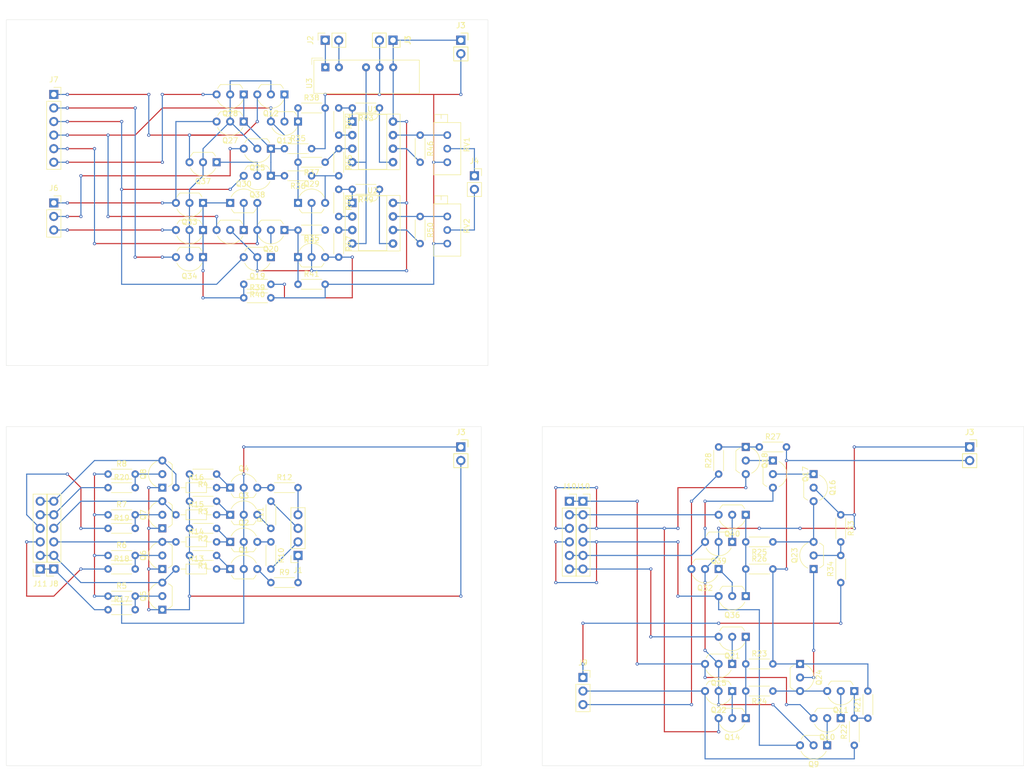
<source format=kicad_pcb>
(kicad_pcb (version 20240108) (generator "pcbnew") (generator_version "8.0")
  (layers (0 "F.Cu" signal) (31 "B.Cu" signal) (34 "B.Paste" user) (35 "F.Paste" user) (36 "B.SilkS" user "B.Silkscreen") (37 "F.SilkS" user "F.Silkscreen") (38 "B.Mask" user) (39 "F.Mask" user) (44 "Edge.Cuts" user))
  (net 0 "")
  (net 1 "Net-(J1-Pin_1)")
  (net 2 "Net-(J1-Pin_4)")
  (net 3 "Net-(J1-Pin_2)")
  (net 4 "Net-(J1-Pin_3)")
  (net 5 "Net-(J2-Pin_2)")
  (net 6 "Net-(J2-Pin_1)")
  (net 7 "+5V")
  (net 8 "GND")
  (net 9 "DINR")
  (net 10 "DINL")
  (net 11 "Net-(Q1-B)")
  (net 12 "Net-(Q1-E)")
  (net 13 "Net-(Q2-E)")
  (net 14 "Net-(Q2-B)")
  (net 15 "Net-(Q3-B)")
  (net 16 "Net-(Q3-E)")
  (net 17 "Net-(Q4-B)")
  (net 18 "Net-(Q4-E)")
  (net 19 "Net-(Q5-C)")
  (net 20 "Net-(Q6-C)")
  (net 21 "Net-(Q7-C)")
  (net 22 "Net-(Q8-C)")
  (net 23 "Net-(Q10-C)")
  (net 24 "Net-(Q10-E)")
  (net 25 "Net-(Q11-E)")
  (net 26 "Net-(Q12-E)")
  (net 27 "Net-(Q13-E)")
  (net 28 "Net-(Q14-C)")
  (net 29 "Net-(Q14-E)")
  (net 30 "Net-(Q15-E)")
  (net 31 "Net-(Q16-E)")
  (net 32 "Net-(Q17-E)")
  (net 33 "Net-(Q18-E)")
  (net 34 "Net-(Q19-E)")
  (net 35 "Net-(Q20-E)")
  (net 36 "Net-(Q23-C)")
  (net 37 "Net-(Q26-E)")
  (net 38 "ML0")
  (net 39 "Net-(Q32-E)")
  (net 40 "MR0")
  (net 41 "Net-(Q36-E)")
  (net 42 "Net-(Q37-E)")
  (net 43 "Net-(Q39-E)")
  (net 44 "Net-(Q23-E)")
  (net 45 "ML1")
  (net 46 "MR1")
  (net 47 "Net-(U1B-+)")
  (net 48 "Net-(R43-Pad2)")
  (net 49 "Net-(U1A--)")
  (net 50 "Net-(U1B--)")
  (net 51 "Net-(R46-Pad1)")
  (net 52 "Net-(R48-Pad1)")
  (net 53 "Net-(U2A--)")
  (net 54 "Net-(U2B-+)")
  (net 55 "Net-(U2B--)")
  (net 56 "Net-(R50-Pad1)")
  (net 57 "-5V")
  (net 58 "Net-(Q25-E)")
  (net 59 "Net-(Q30-E)")
  (net 60 "S_~A")
  (net 61 "S_A")
  (net 62 "S_B")
  (net 63 "S_C")
  (net 64 "S_~D")
  (net 65 "S_~B")
  (net 66 "S_D")
  (net 67 "S_~C")
  (net 68 "M_~B~DF")
  (net 69 "M_~A~CE")
  (net 70 "M_~E~F")
  (net 71 "M_~A")
  (net 72 "M_C")
  (net 73 "M_B")
  (net 74 "M_~D")
  (net 75 "M_D")
  (net 76 "M_A")
  (net 77 "C_~A~CE")
  (net 78 "C_~B~DF")
  (net 79 "C_~E~F")
  (net 80 "C_~C")
  (net 81 "C_~A")
  (net 82 "C_E")
  (net 83 "C_~B")
  (net 84 "C_~D")
  (net 85 "C_F")
  (net 86 "C_D")
  (net 87 "C_A")
  (footprint "Resistor_THT:R_Axial_DIN0204_L3.6mm_D1.6mm_P5.08mm_Horizontal" (layer "F.Cu") (at 111.76 119.38)
    (property "Reference" "R5")
    (property "Value" "10k")
  )
  (footprint "Package_TO_SOT_THT:TO-92_Inline_Wide" (layer "F.Cu") (at 129.54 55.88 180)
    (property "Reference" "Q34")
    (property "Value" "2SC1815")
  )
  (footprint "Package_TO_SOT_THT:TO-92_Inline_Wide" (layer "F.Cu") (at 144.78 50.8 180)
    (property "Reference" "Q20")
    (property "Value" "2SC1815")
  )
  (footprint "Resistor_THT:R_Axial_DIN0204_L3.6mm_D1.6mm_P7.62mm_Horizontal" (layer "F.Cu") (at 124.46 99.06)
    (property "Reference" "R16")
    (property "Value" "5.1k")
  )
  (footprint "Resistor_THT:R_Axial_DIN0204_L3.6mm_D1.6mm_P5.08mm_Horizontal" (layer "F.Cu") (at 111.76 96.52)
    (property "Reference" "R8")
    (property "Value" "10k")
  )
  (footprint "Package_TO_SOT_THT:TO-92_Inline_Wide" (layer "F.Cu") (at 137.16 50.8 180)
    (property "Reference" "Q26" (hide yes))
    (property "Value" "2SC1815")
  )
  (footprint "Resistor_THT:R_Axial_DIN0204_L3.6mm_D1.6mm_P5.08mm_Horizontal" (layer "F.Cu") (at 132.08 101.6 180)
    (property "Reference" "R3")
    (property "Value" "10k")
  )
  (footprint "Package_TO_SOT_THT:TO-92_Inline_Wide" (layer "F.Cu") (at 121.92 106.68 90)
    (property "Reference" "Q7")
    (property "Value" "2SC1815")
  )
  (footprint "Resistor_THT:R_Axial_DIN0204_L3.6mm_D1.6mm_P5.08mm_Horizontal" (layer "F.Cu") (at 147.32 60.96)
    (property "Reference" "R41")
    (property "Value" "10k")
  )
  (footprint "Resistor_THT:R_Axial_DIN0204_L3.6mm_D1.6mm_P5.08mm_Horizontal" (layer "F.Cu") (at 236.22 137.16 180)
    (property "Reference" "R24")
    (property "Value" "5.1k")
  )
  (footprint "Connector_PinSocket_2.54mm:PinSocket_1x02_P2.54mm_Vertical" (layer "F.Cu") (at 177.8 91.44)
    (property "Reference" "J3")
    (property "Value" "Conn_01x02_Socket")
  )
  (footprint "Connector_PinSocket_2.54mm:PinSocket_1x02_P2.54mm_Vertical" (layer "F.Cu") (at 177.8 15.24)
    (property "Reference" "J3")
    (property "Value" "Conn_01x02_Socket")
  )
  (footprint "Package_TO_SOT_THT:TO-92_Inline_Wide" (layer "F.Cu") (at 248.92 142.24 180)
    (property "Reference" "Q10")
    (property "Value" "2SC1815")
  )
  (footprint "Resistor_THT:R_Axial_DIN0204_L3.6mm_D1.6mm_P5.08mm_Horizontal" (layer "F.Cu") (at 154.94 35.56 -90)
    (property "Reference" "R45")
    (property "Value" "5.1k")
  )
  (footprint "Package_TO_SOT_THT:TO-92_Inline_Wide" (layer "F.Cu") (at 137.16 30.48 180)
    (property "Reference" "Q27")
    (property "Value" "2SC1815")
  )
  (footprint "Package_TO_SOT_THT:TO-92_Inline_Wide" (layer "F.Cu") (at 137.16 25.4 180)
    (property "Reference" "Q28")
    (property "Value" "2SC1815")
  )
  (footprint "Resistor_THT:R_Axial_DIN0204_L3.6mm_D1.6mm_P5.08mm_Horizontal" (layer "F.Cu") (at 152.4 38.1 180)
    (property "Reference" "R37")
    (property "Value" "10k")
  )
  (footprint "Package_TO_SOT_THT:TO-92_Inline_Wide" (layer "F.Cu") (at 142.24 55.88 180)
    (property "Reference" "Q19")
    (property "Value" "2SC1815")
  )
  (footprint "Resistor_THT:R_Axial_DIN0204_L3.6mm_D1.6mm_P5.08mm_Horizontal" (layer "F.Cu") (at 111.76 106.68)
    (property "Reference" "R19")
    (property "Value" "5.1k")
  )
  (footprint "Package_TO_SOT_THT:TO-92_Inline_Wide" (layer "F.Cu") (at 228.6 109.22 180)
    (property "Reference" "Q39")
    (property "Value" "2SC1815")
  )
  (footprint "Connector_PinSocket_2.54mm:PinSocket_1x03_P2.54mm_Vertical" (layer "F.Cu") (at 200.66 134.62)
    (property "Reference" "J9")
    (property "Value" "Conn_01x03_Socket" (hide yes))
  )
  (footprint "Package_TO_SOT_THT:TO-92_Inline_Wide" (layer "F.Cu") (at 241.3 132.08 -90)
    (property "Reference" "Q24")
    (property "Value" "2SC1815")
  )
  (footprint "Resistor_THT:R_Axial_DIN0204_L3.6mm_D1.6mm_P5.08mm_Horizontal" (layer "F.Cu") (at 233.68 91.44)
    (property "Reference" "R27")
    (property "Value" "10k")
  )
  (footprint "Resistor_THT:R_Axial_DIN0204_L3.6mm_D1.6mm_P5.08mm_Horizontal" (layer "F.Cu") (at 154.94 27.94 -90)
    (property "Reference" "R44")
    (property "Value" "5.1k")
  )
  (footprint "Resistor_THT:R_Axial_DIN0204_L3.6mm_D1.6mm_P5.08mm_Horizontal" (layer "F.Cu") (at 154.94 50.8 -90)
    (property "Reference" "R47")
    (property "Value" "5.1k")
  )
  (footprint "Package_TO_SOT_THT:TO-92_Inline_Wide" (layer "F.Cu") (at 147.32 30.48 180)
    (property "Reference" "Q13")
    (property "Value" "2SC1815")
  )
  (footprint "Resistor_THT:R_Axial_DIN0204_L3.6mm_D1.6mm_P5.08mm_Horizontal" (layer "F.Cu") (at 149.86 40.64 180)
    (property "Reference" "R36")
    (property "Value" "5.1k")
  )
  (footprint "Resistor_THT:R_Axial_DIN0204_L3.6mm_D1.6mm_P7.62mm_Horizontal" (layer "F.Cu") (at 124.46 109.22)
    (property "Reference" "R14")
    (property "Value" "5.1k")
  )
  (footprint "Package_TO_SOT_THT:TO-92_Inline_Wide" (layer "F.Cu") (at 243.84 114.3 90)
    (property "Reference" "Q23")
    (property "Value" "2SC1815")
  )
  (footprint "Connector_PinSocket_2.54mm:PinSocket_1x02_P2.54mm_Vertical" (layer "F.Cu") (at 165.1 15.24 -90)
    (property "Reference" "J3")
    (property "Value" "Conn_01x02_Socket")
  )
  (footprint "Resistor_THT:R_Axial_DIN0204_L3.6mm_D1.6mm_P7.62mm_Horizontal" (layer "F.Cu") (at 124.46 114.3)
    (property "Reference" "R13")
    (property "Value" "5.1k")
  )
  (footprint "Package_TO_SOT_THT:TO-92_Inline_Wide" (layer "F.Cu") (at 231.14 104.14 180)
    (property "Reference" "Q40")
    (property "Value" "2SC1815")
  )
  (footprint "Package_TO_SOT_THT:TO-92_Inline_Wide" (layer "F.Cu") (at 134.62 109.22)
    (property "Reference" "Q2")
    (property "Value" "2SC1815")
  )
  (footprint "Package_TO_SOT_THT:TO-92_Inline_Wide" (layer "F.Cu") (at 147.32 45.72)
    (property "Reference" "Q29")
    (property "Value" "2SC1815")
  )
  (footprint "Resistor_THT:R_Axial_DIN0204_L3.6mm_D1.6mm_P5.08mm_Horizontal" (layer "F.Cu") (at 111.76 104.14)
    (property "Reference" "R7")
    (property "Value" "10k")
  )
  (footprint "Resistor_THT:R_Axial_DIN0204_L3.6mm_D1.6mm_P5.08mm_Horizontal" (layer "F.Cu") (at 254 142.24 90)
    (property "Reference" "R21")
    (property "Value" "10k")
  )
  (footprint "Package_TO_SOT_THT:TO-92_Inline_Wide" (layer "F.Cu") (at 226.06 114.3 180)
    (property "Reference" "Q32")
    (property "Value" "2SC1815")
  )
  (footprint "Package_TO_SOT_THT:TO-92_Inline_Wide" (layer "F.Cu") (at 134.62 45.72)
    (property "Reference" "Q30")
    (property "Value" "2SC1815")
  )
  (footprint "Package_TO_SOT_THT:TO-92_Inline_Wide" (layer "F.Cu") (at 142.24 40.64 180)
    (property "Reference" "Q38")
    (property "Value" "2SC1815")
  )
  (footprint "Package_TO_SOT_THT:TO-92_Inline_Wide" (layer "F.Cu") (at 147.32 55.88)
    (property "Reference" "Q35")
    (property "Value" "2SC1815")
  )
  (footprint "Package_TO_SOT_THT:TO-92_Inline_Wide" (layer "F.Cu") (at 129.54 50.8 180)
    (property "Reference" "Q31" (hide yes))
    (property "Value" "2SC1815")
  )
  (footprint "Resistor_THT:R_Axial_DIN0204_L3.6mm_D1.6mm_P5.08mm_Horizontal" (layer "F.Cu") (at 142.24 109.22 -90)
    (property "Reference" "R10")
    (property "Value" "5.1k")
  )
  (footprint "Package_TO_SOT_THT:TO-92_Inline_Wide" (layer "F.Cu") (at 231.14 119.38 180)
    (property "Reference" "Q36")
    (property "Value" "2SC1815")
  )
  (footprint "Connector_PinSocket_2.54mm:PinSocket_1x02_P2.54mm_Vertical" (layer "F.Cu") (at 273.05 91.44)
    (property "Reference" "J3")
    (property "Value" "Conn_01x02_Socket")
  )
  (footprint "Resistor_THT:R_Axial_DIN0204_L3.6mm_D1.6mm_P5.08mm_Horizontal" (layer "F.Cu") (at 162.56 27.94 180)
    (property "Reference" "R43")
    (property "Value" "10k")
  )
  (footprint "Package_TO_SOT_THT:TO-92_Inline_Wide" (layer "F.Cu") (at 121.92 99.06 90)
    (property "Reference" "Q8")
    (property "Value" "2SC1815")
  )
  (footprint "Resistor_THT:R_Axial_DIN0204_L3.6mm_D1.6mm_P5.08mm_Horizontal" (layer "F.Cu") (at 111.76 114.3)
    (property "Reference" "R18")
    (property "Value" "5.1k")
  )
  (footprint "Connector_PinSocket_2.54mm:PinSocket_1x06_P2.54mm_Vertical" (layer "F.Cu") (at 198.12 101.6)
    (property "Reference" "J10")
    (property "Value" "Conn_01x06_Socket" (hide yes))
  )
  (footprint "Resistor_THT:R_Axial_DIN0204_L3.6mm_D1.6mm_P5.08mm_Horizontal" (layer "F.Cu") (at 154.94 43.18 -90)
    (property "Reference" "R48")
    (property "Value" "5.1k")
  )
  (footprint "Resistor_THT:R_Axial_DIN0204_L3.6mm_D1.6mm_P5.08mm_Horizontal" (layer "F.Cu") (at 132.08 106.68 180)
    (property "Reference" "R2")
    (property "Value" "10k")
  )
  (footprint "Connector_PinSocket_2.54mm:PinSocket_1x06_P2.54mm_Vertical" (layer "F.Cu") (at 200.66 101.6)
    (property "Reference" "J10")
    (property "Value" "Conn_01x06_Socket" (hide yes))
  )
  (footprint "Resistor_THT:R_Axial_DIN0204_L3.6mm_D1.6mm_P5.08mm_Horizontal" (layer "F.Cu") (at 231.14 132.08)
    (property "Reference" "R23")
    (property "Value" "10k")
  )
  (footprint "Package_TO_SOT_THT:TO-92_Inline_Wide" (layer "F.Cu") (at 121.92 121.92 90)
    (property "Reference" "Q5")
    (property "Value" "2SC1815")
  )
  (footprint "Resistor_THT:R_Axial_DIN0204_L3.6mm_D1.6mm_P5.08mm_Horizontal" (layer "F.Cu") (at 142.24 106.68 90)
    (property "Reference" "R11")
    (property "Value" "5.1k")
  )
  (footprint "Resistor_THT:R_Axial_DIN0204_L3.6mm_D1.6mm_P5.08mm_Horizontal" (layer "F.Cu") (at 147.32 27.94)
    (property "Reference" "R38")
    (property "Value" "10k")
  )
  (footprint "Converter_DCDC:Converter_DCDC_Murata_NMAxxxxSC_THT" (layer "F.Cu") (at 152.4375 20.32 90)
    (property "Reference" "U3")
    (property "Value" "NMA0515SC")
  )
  (footprint "Package_TO_SOT_THT:TO-92_Inline_Wide" (layer "F.Cu") (at 231.14 91.44 -90)
    (property "Reference" "Q18")
    (property "Value" "2SC1815")
  )
  (footprint "Package_TO_SOT_THT:TO-92_Inline_Wide" (layer "F.Cu") (at 134.62 114.3)
    (property "Reference" "Q1")
    (property "Value" "2SC1815")
  )
  (footprint "Resistor_THT:R_Axial_DIN0204_L3.6mm_D1.6mm_P5.08mm_Horizontal" (layer "F.Cu") (at 236.22 109.22 180)
    (property "Reference" "R25")
    (property "Value" "5.1k")
  )
  (footprint "Resistor_THT:R_Axial_DIN0204_L3.6mm_D1.6mm_P5.08mm_Horizontal" (layer "F.Cu") (at 170.18 33.02 -90)
    (property "Reference" "R46")
    (property "Value" "10k")
  )
  (footprint "Connector_PinSocket_2.54mm:PinSocket_1x02_P2.54mm_Vertical" (layer "F.Cu") (at 273.05 91.44)
    (property "Reference" "J3")
    (property "Value" "Conn_01x02_Socket")
  )
  (footprint "Connector_PinSocket_2.54mm:PinSocket_1x04_P2.54mm_Vertical" (layer "F.Cu") (at 147.32 111.76 180)
    (property "Reference" "J1")
    (property "Value" "Conn_01x04_Socket")
  )
  (footprint "Potentiometer_THT:Potentiometer_Bourns_3296X_Horizontal" (layer "F.Cu") (at 175.26 53.34 -90)
    (property "Reference" "RV2")
    (property "Value" "R_Potentiometer")
  )
  (footprint "Package_TO_SOT_THT:TO-92_Inline_Wide" (layer "F.Cu") (at 134.62 104.14)
    (property "Reference" "Q3")
    (property "Value" "2SC1815")
  )
  (footprint "Resistor_THT:R_Axial_DIN0204_L3.6mm_D1.6mm_P5.08mm_Horizontal" (layer "F.Cu") (at 170.18 48.26 -90)
    (property "Reference" "R50")
    (property "Value" "10k")
  )
  (footprint "Resistor_THT:R_Axial_DIN0204_L3.6mm_D1.6mm_P5.08mm_Horizontal" (layer "F.Cu") (at 111.76 111.76)
    (property "Reference" "R6")
    (property "Value" "10k")
  )
  (footprint "Resistor_THT:R_Axial_DIN0204_L3.6mm_D1.6mm_P5.08mm_Horizontal" (layer "F.Cu") (at 251.46 147.32 90)
    (property "Reference" "R22")
    (property "Value" "5.1k")
  )
  (footprint "Connector_PinSocket_2.54mm:PinSocket_1x03_P2.54mm_Vertical" (layer "F.Cu") (at 101.6 45.72)
    (property "Reference" "J6")
    (property "Value" "Conn_01x02_Socket")
  )
  (footprint "Connector_PinSocket_2.54mm:PinSocket_1x06_P2.54mm_Vertical" (layer "F.Cu") (at 99.06 114.3 180)
    (property "Reference" "J11")
    (property "Value" "Conn_01x06_Socket")
  )
  (footprint "Package_TO_SOT_THT:TO-92_Inline_Wide" (layer "F.Cu") (at 246.38 147.32 180)
    (property "Reference" "Q9")
    (property "Value" "2SC1815")
  )
  (footprint "Connector_PinSocket_2.54mm:PinSocket_1x06_P2.54mm_Vertical" (layer "F.Cu") (at 101.6 25.4)
    (property "Reference" "J7")
    (property "Value" "Conn_01x06_Socket")
  )
  (footprint "Package_DIP:DIP-8_W7.62mm_Socket" (layer "F.Cu") (at 157.48 45.72)
    (property "Reference" "U2")
    (property "Value" "NJM4558")
  )
  (footprint "Package_TO_SOT_THT:TO-92_Inline_Wide" (layer "F.Cu") (at 243.84 96.52 -90)
    (property "Reference" "Q16")
    (property "Value" "2SC1815")
  )
  (footprint "Resistor_THT:R_Axial_DIN0204_L3.6mm_D1.6mm_P5.08mm_Horizontal" (layer "F.Cu") (at 132.08 111.76 180)
    (property "Reference" "R1")
    (property "Value" "10k")
  )
  (footprint "Resistor_THT:R_Axial_DIN0204_L3.6mm_D1.6mm_P5.08mm_Horizontal" (layer "F.Cu") (at 111.76 99.06)
    (property "Reference" "R20")
    (property "Value" "5.1k")
  )
  (footprint "Resistor_THT:R_Axial_DIN0204_L3.6mm_D1.6mm_P5.08mm_Horizontal" (layer "F.Cu") (at 226.06 96.52 90)
    (property "Reference" "R28")
    (property "Value" "5.1k")
  )
  (footprint "Package_TO_SOT_THT:TO-92_Inline_Wide" (layer "F.Cu") (at 134.62 99.06)
    (property "Reference" "Q4")
    (property "Value" "2SC1815")
  )
  (footprint "Resistor_THT:R_Axial_DIN0204_L3.6mm_D1.6mm_P5.08mm_Horizontal" (layer "F.Cu") (at 111.76 121.92)
    (property "Reference" "R17")
    (property "Value" "5.1k")
  )
  (footprint "Resistor_THT:R_Axial_DIN0204_L3.6mm_D1.6mm_P5.08mm_Horizontal" (layer "F.Cu") (at 142.24 116.84)
    (property "Reference" "R9")
    (property "Value" "5.1k")
  )
  (footprint "Resistor_THT:R_Axial_DIN0204_L3.6mm_D1.6mm_P5.08mm_Horizontal" (layer "F.Cu") (at 132.08 96.52 180)
    (property "Reference" "R4")
    (property "Value" "10k")
  )
  (footprint "Package_TO_SOT_THT:TO-92_Inline_Wide" (layer "F.Cu") (at 251.46 137.16 180)
    (property "Reference" "Q11")
    (property "Value" "2SC1815")
  )
  (footprint "Connector_PinSocket_2.54mm:PinSocket_1x02_P2.54mm_Vertical" (layer "F.Cu") (at 180.34 40.64)
    (property "Reference" "J4")
    (property "Value" "Conn_01x02_Socket")
  )
  (footprint "Resistor_THT:R_Axial_DIN0204_L3.6mm_D1.6mm_P5.08mm_Horizontal" (layer "F.Cu") (at 248.92 116.84 90)
    (property "Reference" "R34")
    (property "Value" "5.1k")
  )
  (footprint "Connector_PinSocket_2.54mm:PinSocket_1x02_P2.54mm_Vertical" (layer "F.Cu") (at 165.1 15.24 -90)
    (property "Reference" "J3")
    (property "Value" "Conn_01x02_Socket")
  )
  (footprint "Resistor_THT:R_Axial_DIN0204_L3.6mm_D1.6mm_P5.08mm_Horizontal" (layer "F.Cu") (at 162.56 43.18 180)
    (property "Reference" "R49")
    (property "Value" "10k")
  )
  (footprint "Package_TO_SOT_THT:TO-92_Inline_Wide" (layer "F.Cu") (at 228.6 137.16 180)
    (property "Reference" "Q22")
    (property "Value" "2SC1815")
  )
  (footprint "Package_DIP:DIP-8_W7.62mm_Socket" (layer "F.Cu") (at 157.48 30.48)
    (property "Reference" "U1")
    (property "Value" "NJM4558")
  )
  (footprint "Resistor_THT:R_Axial_DIN0204_L3.6mm_D1.6mm_P5.08mm_Horizontal" (layer "F.Cu") (at 248.92 104.14 -90)
    (property "Reference" "R33")
    (property "Value" "10k")
  )
  (footprint "Resistor_THT:R_Axial_DIN0204_L3.6mm_D1.6mm_P5.08mm_Horizontal" (layer "F.Cu") (at 231.14 114.3)
    (property "Reference" "R26")
    (property "Value" "10k")
  )
  (footprint "Package_TO_SOT_THT:TO-92_Inline_Wide" (layer "F.Cu") (at 144.78 25.4 180)
    (property "Reference" "Q12")
    (property "Value" "2SC1815")
  )
  (footprint "Resistor_THT:R_Axial_DIN0204_L3.6mm_D1.6mm_P7.62mm_Horizontal" (layer "F.Cu") (at 124.46 104.14)
    (property "Reference" "R15")
    (property "Value" "5.1k")
  )
  (footprint "Connector_PinSocket_2.54mm:PinSocket_1x02_P2.54mm_Vertical" (layer "F.Cu") (at 152.4 15.24 90)
    (property "Reference" "J2")
    (property "Value" "Conn_01x02_Socket")
  )
  (footprint "Resistor_THT:R_Axial_DIN0204_L3.6mm_D1.6mm_P5.08mm_Horizontal" (layer "F.Cu") (at 142.24 60.96 180)
    (property "Reference" "R40")
    (property "Value" "5.1k")
  )
  (footprint "Resistor_THT:R_Axial_DIN0204_L3.6mm_D1.6mm_P5.08mm_Horizontal" (layer "F.Cu") (at 137.16 63.5)
    (property "Reference" "R39")
    (property "Value" "10k")
  )
  (footprint "Connector_PinSocket_2.54mm:PinSocket_1x02_P2.54mm_Vertical" (layer "F.Cu") (at 177.8 91.44)
    (property "Reference" "J3")
    (property "Value" "Conn_01x02_Socket")
  )
  (footprint "Connector_PinSocket_2.54mm:PinSocket_1x06_P2.54mm_Vertical" (layer "F.Cu") (at 101.6 114.3 180)
    (property "Reference" "J8")
    (property "Value" "Conn_01x06_Socket")
  )
  (footprint "Package_TO_SOT_THT:TO-92_Inline_Wide" (layer "F.Cu") (at 129.54 45.72 180)
    (property "Reference" "Q33")
    (property "Value" "2SC1815")
  )
  (footprint "Package_TO_SOT_THT:TO-92_Inline_Wide" (layer "F.Cu") (at 142.24 35.56 180)
    (property "Reference" "Q25")
    (property "Value" "2SC1815")
  )
  (footprint "Package_TO_SOT_THT:TO-92_Inline_Wide" (layer "F.Cu") (at 231.14 142.24 180)
    (property "Reference" "Q14")
    (property "Value" "2SC1815")
  )
  (footprint "Connector_PinSocket_2.54mm:PinSocket_1x02_P2.54mm_Vertical" (layer "F.Cu") (at 177.8 15.24)
    (property "Reference" "J3")
    (property "Value" "Conn_01x02_Socket")
  )
  (footprint "Package_TO_SOT_THT:TO-92_Inline_Wide" (layer "F.Cu") (at 228.6 132.08 180)
    (property "Reference" "Q15")
    (property "Value" "2SC1815")
  )
  (footprint "Package_TO_SOT_THT:TO-92_Inline_Wide" (layer "F.Cu") (at 132.08 38.1 180)
    (property "Reference" "Q37")
    (property "Value" "2SC1815")
  )
  (footprint "Package_TO_SOT_THT:TO-92_Inline_Wide" (layer "F.Cu") (at 121.92 114.3 90)
    (property "Reference" "Q6")
    (property "Value" "2SC1815")
  )
  (footprint "Potentiometer_THT:Potentiometer_Bourns_3296X_Horizontal" (layer "F.Cu") (at 175.26 38.1 -90)
    (property "Reference" "RV1")
    (property "Value" "R_Potentiometer")
  )
  (footprint "Resistor_THT:R_Axial_DIN0204_L3.6mm_D1.6mm_P5.08mm_Horizontal" (layer "F.Cu") (at 152.4 50.8 180)
    (property "Reference" "R42")
    (property "Value" "10k")
  )
  (footprint "Package_TO_SOT_THT:TO-92_Inline_Wide" (layer "F.Cu") (at 231.14 127 180)
    (property "Reference" "Q21")
    (property "Value" "2SC1815")
  )
  (footprint "Resistor_THT:R_Axial_DIN0204_L3.6mm_D1.6mm_P5.08mm_Horizontal" (layer "F.Cu") (at 144.78 35.56)
    (property "Reference" "R35")
    (property "Value" "10k")
  )
  (footprint "Resistor_THT:R_Axial_DIN0204_L3.6mm_D1.6mm_P5.08mm_Horizontal" (layer "F.Cu") (at 142.24 99.06)
    (property "Reference" "R12")
    (property "Value" "5.1k")
  )
  (footprint "Package_TO_SOT_THT:TO-92_Inline_Wide" (layer "F.Cu") (at 236.22 93.98 -90)
    (property "Reference" "Q17")
    (property "Value" "2SC1815")
  )
  (gr_rect (start 92.71 87.63) (end 181.61 151.13) (stroke (width 0.05)) (fill none) (layer "Edge.Cuts"))
  (gr_rect (start 92.71 11.43) (end 182.88 76.2) (stroke (width 0.05)) (fill none) (layer "Edge.Cuts"))
  (gr_rect (start 193.04 87.63) (end 283.21 151.13) (stroke (width 0.05)) (fill none) (layer "Edge.Cuts"))
  (segment (start 147.32 111.76) (end 147.32 116.84) (width 0.2) (layer "B.Cu") (net 1))
  (segment (start 147.32 104.14) (end 147.32 99.06) (width 0.2) (layer "B.Cu") (net 2))
  (segment (start 142.24 114.3) (end 147.32 109.22) (width 0.2) (layer "B.Cu") (net 3))
  (segment (start 147.32 106.68) (end 142.24 101.6) (width 0.2) (layer "B.Cu") (net 4))
  (segment (start 154.9775 15.2775) (end 154.94 15.24) (width 0.2) (layer "B.Cu") (net 5))
  (segment (start 154.9775 20.32) (end 154.9775 15.2775) (width 0.2) (layer "B.Cu") (net 5))
  (segment (start 152.4375 15.2775) (end 152.4 15.24) (width 0.2) (layer "B.Cu") (net 6))
  (segment (start 152.4375 20.32) (end 152.4375 15.2775) (width 0.2) (layer "B.Cu") (net 6))
  (segment (start 226.06 106.68) (end 233.68 106.68) (width 0.2) (layer "F.Cu") (net 7))
  (segment (start 137.16 91.44) (end 137.16 96.52) (width 0.2) (layer "F.Cu") (net 7))
  (segment (start 109.22 96.52) (end 109.22 104.14) (width 0.2) (layer "F.Cu") (net 7))
  (segment (start 167.64 45.72) (end 167.64 58.42) (width 0.2) (layer "F.Cu") (net 7))
  (segment (start 236.22 139.7) (end 226.06 139.7) (width 0.2) (layer "F.Cu") (net 7))
  (segment (start 241.3 106.68) (end 251.46 106.68) (width 0.2) (layer "F.Cu") (net 7))
  (segment (start 109.22 104.14) (end 109.22 111.76) (width 0.2) (layer "F.Cu") (net 7))
  (segment (start 149.86 58.42) (end 139.7 58.42) (width 0.2) (layer "F.Cu") (net 7))
  (segment (start 223.52 129.54) (end 223.52 116.84) (width 0.2) (layer "F.Cu") (net 7))
  (segment (start 109.22 119.38) (end 109.22 111.76) (width 0.2) (layer "F.Cu") (net 7))
  (segment (start 251.46 91.44) (end 251.46 104.14) (width 0.2) (layer "F.Cu") (net 7))
  (segment (start 167.64 30.48) (end 167.64 45.72) (width 0.2) (layer "F.Cu") (net 7))
  (via (at 109.22 119.38) (size 0.6) (drill 0.3) (layers "F.Cu" "B.Cu") (net 7))
  (via (at 241.3 106.68) (size 0.6) (drill 0.3) (layers "F.Cu" "B.Cu") (net 7))
  (via (at 109.22 104.14) (size 0.6) (drill 0.3) (layers "F.Cu" "B.Cu") (net 7))
  (via (at 109.22 111.76) (size 0.6) (drill 0.3) (layers "F.Cu" "B.Cu") (net 7))
  (via (at 251.46 91.44) (size 0.6) (drill 0.3) (layers "F.Cu" "B.Cu") (net 7))
  (via (at 251.46 104.14) (size 0.6) (drill 0.3) (layers "F.Cu" "B.Cu") (net 7))
  (via (at 223.52 129.54) (size 0.6) (drill 0.3) (layers "F.Cu" "B.Cu") (net 7))
  (via (at 226.06 106.68) (size 0.6) (drill 0.3) (layers "F.Cu" "B.Cu") (net 7))
  (via (at 139.7 58.42) (size 0.6) (drill 0.3) (layers "F.Cu" "B.Cu") (net 7))
  (via (at 149.86 58.42) (size 0.6) (drill 0.3) (layers "F.Cu" "B.Cu") (net 7))
  (via (at 137.16 96.52) (size 0.6) (drill 0.3) (layers "F.Cu" "B.Cu") (net 7))
  (via (at 223.52 116.84) (size 0.6) (drill 0.3) (layers "F.Cu" "B.Cu") (net 7))
  (via (at 167.64 58.42) (size 0.6) (drill 0.3) (layers "F.Cu" "B.Cu") (net 7))
  (via (at 167.64 30.48) (size 0.6) (drill 0.3) (layers "F.Cu" "B.Cu") (net 7))
  (via (at 226.06 139.7) (size 0.6) (drill 0.3) (layers "F.Cu" "B.Cu") (net 7))
  (via (at 137.16 91.44) (size 0.6) (drill 0.3) (layers "F.Cu" "B.Cu") (net 7))
  (via (at 251.46 106.68) (size 0.6) (drill 0.3) (layers "F.Cu" "B.Cu") (net 7))
  (via (at 233.68 106.68) (size 0.6) (drill 0.3) (layers "F.Cu" "B.Cu") (net 7))
  (via (at 109.22 96.52) (size 0.6) (drill 0.3) (layers "F.Cu" "B.Cu") (net 7))
  (via (at 236.22 139.7) (size 0.6) (drill 0.3) (layers "F.Cu" "B.Cu") (net 7))
  (via (at 167.64 45.72) (size 0.6) (drill 0.3) (layers "F.Cu" "B.Cu") (net 7))
  (segment (start 223.52 116.84) (end 223.52 114.3) (width 0.2) (layer "B.Cu") (net 7))
  (segment (start 129.54 35.56) (end 129.54 40.64) (width 0.2) (layer "B.Cu") (net 7))
  (segment (start 134.62 25.4) (end 134.62 22.86) (width 0.2) (layer "B.Cu") (net 7))
  (segment (start 127 43.18) (end 127 45.72) (width 0.2) (layer "B.Cu") (net 7))
  (segment (start 226.06 111.76) (end 226.06 109.22) (width 0.2) (layer "B.Cu") (net 7))
  (segment (start 243.84 99.06) (end 248.92 104.14) (width 0.2) (layer "B.Cu") (net 7))
  (segment (start 243.84 147.32) (end 236.22 139.7) (width 0.2) (layer "B.Cu") (net 7))
  (segment (start 273.05 91.44) (end 251.46 91.44) (width 0.2) (layer "B.Cu") (net 7))
  (segment (start 233.68 106.68) (end 241.3 106.68) (width 0.2) (layer "B.Cu") (net 7))
  (segment (start 226.06 132.08) (end 226.06 137.16) (width 0.2) (layer "B.Cu") (net 7))
  (segment (start 226.06 132.08) (end 223.52 129.54) (width 0.2) (layer "B.Cu") (net 7))
  (segment (start 165.1375 20.32) (end 165.1375 30.4425) (width 0.2) (layer "B.Cu") (net 7))
  (segment (start 114.3 124.46) (end 114.3 119.38) (width 0.2) (layer "B.Cu") (net 7))
  (segment (start 134.62 22.86) (end 142.24 22.86) (width 0.2) (layer "B.Cu") (net 7))
  (segment (start 109.22 111.76) (end 111.76 111.76) (width 0.2) (layer "B.Cu") (net 7))
  (segment (start 149.86 55.88) (end 149.86 58.42) (width 0.2) (layer "B.Cu") (net 7))
  (segment (start 223.52 114.3) (end 226.06 111.76) (width 0.2) (layer "B.Cu") (net 7))
  (segment (start 177.8 91.44) (end 137.16 91.44) (width 0.2) (layer "B.Cu") (net 7))
  (segment (start 226.06 109.22) (end 226.06 106.68) (width 0.2) (layer "B.Cu") (net 7))
  (segment (start 111.76 104.14) (end 109.22 104.14) (width 0.2) (layer "B.Cu") (net 7))
  (segment (start 139.7 35.56) (end 134.62 30.48) (width 0.2) (layer "B.Cu") (net 7))
  (segment (start 127 45.72) (end 127 50.8) (width 0.2) (layer "B.Cu") (net 7))
  (segment (start 165.1375 20.32) (end 165.1375 15.2775) (width 0.2) (layer "B.Cu") (net 7))
  (segment (start 137.16 96.52) (end 137.16 99.06) (width 0.2) (layer "B.Cu") (net 7))
  (segment (start 167.64 45.72) (end 165.1 45.72) (width 0.2) (layer "B.Cu") (net 7))
  (segment (start 111.76 119.38) (end 109.22 119.38) (width 0.2) (layer "B.Cu") (net 7))
  (segment (start 137.16 124.46) (end 114.3 124.46) (width 0.2) (layer "B.Cu") (net 7))
  (segment (start 134.62 30.48) (end 134.62 25.4) (width 0.2) (layer "B.Cu") (net 7))
  (segment (start 251.46 106.68) (end 251.46 104.14) (width 0.2) (layer "B.Cu") (net 7))
  (segment (start 111.76 96.52) (end 109.22 96.52) (width 0.2) (layer "B.Cu") (net 7))
  (segment (start 137.16 114.3) (end 137.16 124.46) (width 0.2) (layer "B.Cu") (net 7))
  (segment (start 165.1 15.24) (end 177.8 15.24) (width 0.2) (layer "B.Cu") (net 7))
  (segment (start 129.54 40.64) (end 127 43.18) (width 0.2) (layer "B.Cu") (net 7))
  (segment (start 165.1375 15.2775) (end 165.1 15.24) (width 0.2) (layer "B.Cu") (net 7))
  (segment (start 251.46 104.14) (end 248.92 104.14) (width 0.2) (layer "B.Cu") (net 7))
  (segment (start 165.1375 30.4425) (end 165.1 30.48) (width 0.2) (layer "B.Cu") (net 7))
  (segment (start 142.24 22.86) (end 142.24 25.4) (width 0.2) (layer "B.Cu") (net 7))
  (segment (start 137.16 99.06) (end 137.16 114.3) (width 0.2) (layer "B.Cu") (net 7))
  (segment (start 114.3 119.38) (end 111.76 119.38) (width 0.2) (layer "B.Cu") (net 7))
  (segment (start 139.7 55.88) (end 134.62 50.8) (width 0.2) (layer "B.Cu") (net 7))
  (segment (start 139.7 55.88) (end 139.7 58.42) (width 0.2) (layer "B.Cu") (net 7))
  (segment (start 226.06 139.7) (end 226.06 137.16) (width 0.2) (layer "B.Cu") (net 7))
  (segment (start 134.62 30.48) (end 129.54 35.56) (width 0.2) (layer "B.Cu") (net 7))
  (segment (start 149.86 55.88) (end 149.86 45.72) (width 0.2) (layer "B.Cu") (net 7))
  (segment (start 149.86 58.42) (end 167.64 58.42) (width 0.2) (layer "B.Cu") (net 7))
  (segment (start 127 50.8) (end 127 55.88) (width 0.2) (layer "B.Cu") (net 7))
  (segment (start 165.1 30.48) (end 167.64 30.48) (width 0.2) (layer "B.Cu") (net 7))
  (segment (start 162.56 25.4) (end 172.72 25.4) (width 0.2) (layer "F.Cu") (net 8))
  (segment (start 162.56 25.4) (end 152.4 25.4) (width 0.2) (layer "F.Cu") (net 8))
  (segment (start 119.38 121.92) (end 119.38 114.3) (width 0.2) (layer "F.Cu") (net 8))
  (segment (start 177.8 25.4) (end 172.72 25.4) (width 0.2) (layer "F.Cu") (net 8))
  (segment (start 172.72 25.4) (end 172.72 38.1) (width 0.2) (layer "F.Cu") (net 8))
  (segment (start 177.8 119.38) (end 127 119.38) (width 0.2) (layer "F.Cu") (net 8))
  (segment (start 119.38 106.68) (end 119.38 114.3) (width 0.2) (layer "F.Cu") (net 8))
  (segment (start 172.72 38.1) (end 172.72 53.34) (width 0.2) (layer "F.Cu") (net 8))
  (segment (start 238.76 114.3) (end 238.76 93.98) (width 0.2) (layer "F.Cu") (net 8))
  (segment (start 119.38 99.06) (end 119.38 106.68) (width 0.2) (layer "F.Cu") (net 8))
  (via (at 238.76 114.3) (size 0.6) (drill 0.3) (layers "F.Cu" "B.Cu") (net 8))
  (via (at 119.38 114.3) (size 0.6) (drill 0.3) (layers "F.Cu" "B.Cu") (net 8))
  (via (at 177.8 119.38) (size 0.6) (drill 0.3) (layers "F.Cu" "B.Cu") (net 8))
  (via (at 127 119.38) (size 0.6) (drill 0.3) (layers "F.Cu" "B.Cu") (net 8))
  (via (at 238.76 93.98) (size 0.6) (drill 0.3) (layers "F.Cu" "B.Cu") (net 8))
  (via (at 162.56 25.4) (size 0.6) (drill 0.3) (layers "F.Cu" "B.Cu") (net 8))
  (via (at 119.38 99.06) (size 0.6) (drill 0.3) (layers "F.Cu" "B.Cu") (net 8))
  (via (at 119.38 121.92) (size 0.6) (drill 0.3) (layers "F.Cu" "B.Cu") (net 8))
  (via (at 172.72 38.1) (size 0.6) (drill 0.3) (layers "F.Cu" "B.Cu") (net 8))
  (via (at 172.72 53.34) (size 0.6) (drill 0.3) (layers "F.Cu" "B.Cu") (net 8))
  (via (at 119.38 106.68) (size 0.6) (drill 0.3) (layers "F.Cu" "B.Cu") (net 8))
  (via (at 152.4 25.4) (size 0.6) (drill 0.3) (layers "F.Cu" "B.Cu") (net 8))
  (via (at 177.8 25.4) (size 0.6) (drill 0.3) (layers "F.Cu" "B.Cu") (net 8))
  (segment (start 236.22 132.08) (end 241.3 132.08) (width 0.2) (layer "B.Cu") (net 8))
  (segment (start 177.8 93.98) (end 177.8 119.38) (width 0.2) (layer "B.Cu") (net 8))
  (segment (start 177.8 17.78) (end 177.8 25.4) (width 0.2) (layer "B.Cu") (net 8))
  (segment (start 162.5975 20.32) (end 162.5975 15.2775) (width 0.2) (layer "B.Cu") (net 8))
  (segment (start 127 121.92) (end 121.92 121.92) (width 0.2) (layer "B.Cu") (net 8))
  (segment (start 121.92 106.68) (end 119.38 106.68) (width 0.2) (layer "B.Cu") (net 8))
  (segment (start 152.4 63.5) (end 142.24 63.5) (width 0.2) (layer "B.Cu") (net 8))
  (segment (start 152.4 25.4) (end 152.4 27.94) (width 0.2) (layer "B.Cu") (net 8))
  (segment (start 152.4 60.96) (end 172.72 60.96) (width 0.2) (layer "B.Cu") (net 8))
  (segment (start 152.4 35.56) (end 152.4 27.94) (width 0.2) (layer "B.Cu") (net 8))
  (segment (start 236.22 114.3) (end 236.22 132.08) (width 0.2) (layer "B.Cu") (net 8))
  (segment (start 149.86 35.56) (end 152.4 35.56) (width 0.2) (layer "B.Cu") (net 8))
  (segment (start 238.76 114.3) (end 236.22 114.3) (width 0.2) (layer "B.Cu") (net 8))
  (segment (start 121.92 99.06) (end 119.38 99.06) (width 0.2) (layer "B.Cu") (net 8))
  (segment (start 273.05 93.98) (end 238.76 93.98) (width 0.2) (layer "B.Cu") (net 8))
  (segment (start 162.5975 20.32) (end 162.5975 25.3625) (width 0.2) (layer "B.Cu") (net 8))
  (segment (start 162.5975 25.3625) (end 162.56 25.4) (width 0.2) (layer "B.Cu") (net 8))
  (segment (start 254 137.16) (end 254 132.08) (width 0.2) (layer "B.Cu") (net 8))
  (segment (start 175.26 38.1) (end 172.72 38.1) (width 0.2) (layer "B.Cu") (net 8))
  (segment (start 238.76 91.44) (end 238.76 93.98) (width 0.2) (layer "B.Cu") (net 8))
  (segment (start 127 111.76) (end 127 119.38) (width 0.2) (layer "B.Cu") (net 8))
  (segment (start 254 132.08) (end 241.3 132.08) (width 0.2) (layer "B.Cu") (net 8))
  (segment (start 152.4 60.96) (end 152.4 63.5) (width 0.2) (layer "B.Cu") (net 8))
  (segment (start 121.92 121.92) (end 119.38 121.92) (width 0.2) (layer "B.Cu") (net 8))
  (segment (start 162.5975 15.2775) (end 162.56 15.24) (width 0.2) (layer "B.Cu") (net 8))
  (segment (start 127 111.76) (end 127 96.52) (width 0.2) (layer "B.Cu") (net 8))
  (segment (start 172.72 60.96) (end 172.72 53.34) (width 0.2) (layer "B.Cu") (net 8))
  (segment (start 172.72 53.34) (end 175.26 53.34) (width 0.2) (layer "B.Cu") (net 8))
  (segment (start 119.38 114.3) (end 121.92 114.3) (width 0.2) (layer "B.Cu") (net 8))
  (segment (start 127 119.38) (end 127 121.92) (width 0.2) (layer "B.Cu") (net 8))
  (segment (start 180.34 50.8) (end 180.34 43.18) (width 0.2) (layer "B.Cu") (net 9))
  (segment (start 175.26 50.8) (end 180.34 50.8) (width 0.2) (layer "B.Cu") (net 9))
  (segment (start 175.26 35.56) (end 180.34 35.56) (width 0.2) (layer "B.Cu") (net 10))
  (segment (start 180.34 35.56) (end 180.34 40.64) (width 0.2) (layer "B.Cu") (net 10))
  (segment (start 139.7 114.3) (end 142.24 116.84) (width 0.2) (layer "B.Cu") (net 11))
  (segment (start 134.62 114.3) (end 132.08 114.3) (width 0.2) (layer "B.Cu") (net 12))
  (segment (start 134.62 114.3) (end 132.08 111.76) (width 0.2) (layer "B.Cu") (net 12))
  (segment (start 134.62 109.22) (end 132.08 106.68) (width 0.2) (layer "B.Cu") (net 13))
  (segment (start 134.62 109.22) (end 132.08 109.22) (width 0.2) (layer "B.Cu") (net 13))
  (segment (start 142.24 109.22) (end 139.7 109.22) (width 0.2) (layer "B.Cu") (net 14))
  (segment (start 139.7 104.14) (end 142.24 106.68) (width 0.2) (layer "B.Cu") (net 15))
  (segment (start 134.62 104.14) (end 132.08 101.6) (width 0.2) (layer "B.Cu") (net 16))
  (segment (start 134.62 104.14) (end 132.08 104.14) (width 0.2) (layer "B.Cu") (net 16))
  (segment (start 142.24 99.06) (end 139.7 99.06) (width 0.2) (layer "B.Cu") (net 17))
  (segment (start 134.62 99.06) (end 132.08 96.52) (width 0.2) (layer "B.Cu") (net 18))
  (segment (start 134.62 99.06) (end 132.08 99.06) (width 0.2) (layer "B.Cu") (net 18))
  (segment (start 116.84 119.38) (end 116.84 121.92) (width 0.2) (layer "B.Cu") (net 19))
  (segment (start 121.92 119.38) (end 116.84 119.38) (width 0.2) (layer "B.Cu") (net 19))
  (segment (start 116.84 114.3) (end 116.84 111.76) (width 0.2) (layer "B.Cu") (net 20))
  (segment (start 121.92 111.76) (end 116.84 111.76) (width 0.2) (layer "B.Cu") (net 20))
  (segment (start 121.92 104.14) (end 116.84 104.14) (width 0.2) (layer "B.Cu") (net 21))
  (segment (start 116.84 104.14) (end 116.84 106.68) (width 0.2) (layer "B.Cu") (net 21))
  (segment (start 121.92 96.52) (end 116.84 96.52) (width 0.2) (layer "B.Cu") (net 22))
  (segment (start 116.84 96.52) (end 116.84 99.06) (width 0.2) (layer "B.Cu") (net 22))
  (segment (start 246.38 142.24) (end 246.38 147.32) (width 0.2) (layer "B.Cu") (net 23))
  (segment (start 248.92 137.16) (end 248.92 142.24) (width 0.2) (layer "B.Cu") (net 24))
  (segment (start 254 142.24) (end 251.46 142.24) (width 0.2) (layer "B.Cu") (net 25))
  (segment (start 251.46 137.16) (end 251.46 142.24) (width 0.2) (layer "B.Cu") (net 25))
  (segment (start 144.78 25.4) (end 144.78 30.48) (width 0.2) (layer "B.Cu") (net 26))
  (segment (start 147.32 27.94) (end 147.32 45.72) (width 0.2) (layer "B.Cu") (net 27))
  (segment (start 228.6 137.16) (end 228.6 142.24) (width 0.2) (layer "B.Cu") (net 28))
  (segment (start 231.14 142.24) (end 231.14 127) (width 0.2) (layer "B.Cu") (net 29))
  (segment (start 228.6 127) (end 228.6 132.08) (width 0.2) (layer "B.Cu") (net 30))
  (segment (start 236.22 96.52) (end 243.84 96.52) (width 0.2) (layer "B.Cu") (net 31))
  (segment (start 231.14 93.98) (end 236.22 93.98) (width 0.2) (layer "B.Cu") (net 32))
  (segment (start 233.68 91.44) (end 226.06 91.44) (width 0.2) (layer "B.Cu") (net 33))
  (segment (start 142.24 53.34) (end 142.24 50.8) (width 0.2) (layer "B.Cu") (net 34))
  (segment (start 147.32 50.8) (end 147.32 55.88) (width 0.2) (layer "B.Cu") (net 35))
  (segment (start 147.32 50.8) (end 144.78 50.8) (width 0.2) (layer "B.Cu") (net 35))
  (segment (start 147.32 60.96) (end 147.32 55.88) (width 0.2) (layer "B.Cu") (net 35))
  (segment (start 248.92 111.76) (end 243.84 111.76) (width 0.2) (layer "B.Cu") (net 36))
  (segment (start 248.92 109.22) (end 248.92 111.76) (width 0.2) (layer "B.Cu") (net 36))
  (segment (start 137.16 50.8) (end 137.16 45.72) (width 0.2) (layer "B.Cu") (net 37))
  (segment (start 152.4 40.64) (end 152.4 45.72) (width 0.2) (layer "B.Cu") (net 38))
  (segment (start 149.86 40.64) (end 152.4 40.64) (width 0.2) (layer "B.Cu") (net 38))
  (segment (start 152.4 40.64) (end 154.94 40.64) (width 0.2) (layer "B.Cu") (net 38))
  (segment (start 228.6 116.84) (end 228.6 119.38) (width 0.2) (layer "B.Cu") (net 39))
  (segment (start 226.06 114.3) (end 228.6 116.84) (width 0.2) (layer "B.Cu") (net 39))
  (segment (start 144.78 63.5) (end 157.48 63.5) (width 0.2) (layer "F.Cu") (net 40))
  (segment (start 157.48 63.5) (end 157.48 55.88) (width 0.2) (layer "F.Cu") (net 40))
  (segment (start 144.78 60.96) (end 144.78 63.5) (width 0.2) (layer "F.Cu") (net 40))
  (via (at 144.78 60.96) (size 0.6) (drill 0.3) (layers "F.Cu" "B.Cu") (net 40))
  (via (at 157.48 55.88) (size 0.6) (drill 0.3) (layers "F.Cu" "B.Cu") (net 40))
  (segment (start 154.94 55.88) (end 157.48 55.88) (width 0.2) (layer "B.Cu") (net 40))
  (segment (start 152.4 55.88) (end 154.94 55.88) (width 0.2) (layer "B.Cu") (net 40))
  (segment (start 142.24 60.96) (end 144.78 60.96) (width 0.2) (layer "B.Cu") (net 40))
  (segment (start 231.14 104.14) (end 231.14 119.38) (width 0.2) (layer "B.Cu") (net 41))
  (segment (start 139.7 38.1) (end 139.7 40.64) (width 0.2) (layer "B.Cu") (net 42))
  (segment (start 132.08 38.1) (end 139.7 38.1) (width 0.2) (layer "B.Cu") (net 42))
  (segment (start 228.6 104.14) (end 228.6 109.22) (width 0.2) (layer "B.Cu") (net 43))
  (segment (start 243.84 129.54) (end 243.84 134.62) (width 0.2) (layer "F.Cu") (net 44))
  (via (at 243.84 129.54) (size 0.6) (drill 0.3) (layers "F.Cu" "B.Cu") (net 44))
  (via (at 243.84 134.62) (size 0.6) (drill 0.3) (layers "F.Cu" "B.Cu") (net 44))
  (segment (start 243.84 134.62) (end 241.3 134.62) (width 0.2) (layer "B.Cu") (net 44))
  (segment (start 243.84 129.54) (end 243.84 114.3) (width 0.2) (layer "B.Cu") (net 44))
  (segment (start 157.48 35.56) (end 154.94 35.56) (width 0.2) (layer "B.Cu") (net 45))
  (segment (start 154.94 35.56) (end 152.4 38.1) (width 0.2) (layer "B.Cu") (net 45))
  (segment (start 157.48 50.8) (end 154.94 50.8) (width 0.2) (layer "B.Cu") (net 46))
  (segment (start 162.56 27.94) (end 162.56 38.1) (width 0.2) (layer "B.Cu") (net 47))
  (segment (start 162.56 38.1) (end 165.1 38.1) (width 0.2) (layer "B.Cu") (net 47))
  (segment (start 157.48 27.94) (end 154.94 27.94) (width 0.2) (layer "B.Cu") (net 48))
  (segment (start 157.48 27.94) (end 157.48 30.48) (width 0.2) (layer "B.Cu") (net 48))
  (segment (start 154.94 33.02) (end 157.48 33.02) (width 0.2) (layer "B.Cu") (net 49))
  (segment (start 167.64 35.56) (end 170.18 38.1) (width 0.2) (layer "B.Cu") (net 50))
  (segment (start 167.64 35.56) (end 165.1 35.56) (width 0.2) (layer "B.Cu") (net 50))
  (segment (start 170.18 33.02) (end 175.26 33.02) (width 0.2) (layer "B.Cu") (net 51))
  (segment (start 170.18 33.02) (end 165.1 33.02) (width 0.2) (layer "B.Cu") (net 51))
  (segment (start 157.48 43.18) (end 154.94 43.18) (width 0.2) (layer "B.Cu") (net 52))
  (segment (start 157.48 43.18) (end 157.48 45.72) (width 0.2) (layer "B.Cu") (net 52))
  (segment (start 154.94 48.26) (end 157.48 48.26) (width 0.2) (layer "B.Cu") (net 53))
  (segment (start 162.56 43.18) (end 162.56 53.34) (width 0.2) (layer "B.Cu") (net 54))
  (segment (start 162.56 53.34) (end 165.1 53.34) (width 0.2) (layer "B.Cu") (net 54))
  (segment (start 167.64 50.8) (end 170.18 53.34) (width 0.2) (layer "B.Cu") (net 55))
  (segment (start 167.64 50.8) (end 165.1 50.8) (width 0.2) (layer "B.Cu") (net 55))
  (segment (start 175.26 48.26) (end 165.1 48.26) (width 0.2) (layer "B.Cu") (net 56))
  (segment (start 160.0575 20.32) (end 160.0575 38.0625) (width 0.2) (layer "B.Cu") (net 57))
  (segment (start 160.02 53.34) (end 157.48 53.34) (width 0.2) (layer "B.Cu") (net 57))
  (segment (start 160.0575 38.1) (end 160.0575 53.3025) (width 0.2) (layer "B.Cu") (net 57))
  (segment (start 157.48 38.1) (end 160.02 38.1) (width 0.2) (layer "B.Cu") (net 57))
  (segment (start 160.02 38.1) (end 160.0575 38.1) (width 0.2) (layer "B.Cu") (net 57))
  (segment (start 160.0575 38.0625) (end 160.02 38.1) (width 0.2) (layer "B.Cu") (net 57))
  (segment (start 160.0575 53.3025) (end 160.02 53.34) (width 0.2) (layer "B.Cu") (net 57))
  (segment (start 142.24 38.1) (end 142.24 40.64) (width 0.2) (layer "B.Cu") (net 58))
  (segment (start 137.16 30.48) (end 142.24 35.56) (width 0.2) (layer "B.Cu") (net 58))
  (segment (start 142.24 35.56) (end 142.24 38.1) (width 0.2) (layer "B.Cu") (net 58))
  (segment (start 137.16 25.4) (end 137.16 30.48) (width 0.2) (layer "B.Cu") (net 58))
  (segment (start 144.78 40.64) (end 142.24 40.64) (width 0.2) (layer "B.Cu") (net 58))
  (segment (start 142.24 35.56) (end 144.78 35.56) (width 0.2) (layer "B.Cu") (net 58))
  (segment (start 129.54 63.5) (end 129.54 58.42) (width 0.2) (layer "F.Cu") (net 59))
  (via (at 129.54 63.5) (size 0.6) (drill 0.3) (layers "F.Cu" "B.Cu") (net 59))
  (via (at 129.54 58.42) (size 0.6) (drill 0.3) (layers "F.Cu" "B.Cu") (net 59))
  (segment (start 137.16 60.96) (end 137.16 63.5) (width 0.2) (layer "B.Cu") (net 59))
  (segment (start 129.54 55.88) (end 129.54 50.8) (width 0.2) (layer "B.Cu") (net 59))
  (segment (start 129.54 58.42) (end 129.54 55.88) (width 0.2) (layer "B.Cu") (net 59))
  (segment (start 129.54 45.72) (end 134.62 45.72) (width 0.2) (layer "B.Cu") (net 59))
  (segment (start 137.16 63.5) (end 129.54 63.5) (width 0.2) (layer "B.Cu") (net 59))
  (segment (start 129.54 50.8) (end 129.54 45.72) (width 0.2) (layer "B.Cu") (net 59))
  (segment (start 109.22 121.92) (end 101.6 114.3) (width 0.2) (layer "B.Cu") (net 60))
  (segment (start 101.6 114.3) (end 99.06 114.3) (width 0.2) (layer "B.Cu") (net 60))
  (segment (start 111.76 121.92) (end 109.22 121.92) (width 0.2) (layer "B.Cu") (net 60))
  (segment (start 124.46 114.3) (end 121.92 116.84) (width 0.2) (layer "B.Cu") (net 61))
  (segment (start 121.92 116.84) (end 106.68 116.84) (width 0.2) (layer "B.Cu") (net 61))
  (segment (start 101.6 111.76) (end 99.06 111.76) (width 0.2) (layer "B.Cu") (net 61))
  (segment (start 106.68 116.84) (end 101.6 111.76) (width 0.2) (layer "B.Cu") (net 61))
  (segment (start 124.46 109.22) (end 121.92 109.22) (width 0.2) (layer "B.Cu") (net 62))
  (segment (start 121.92 109.22) (end 101.6 109.22) (width 0.2) (layer "B.Cu") (net 62))
  (segment (start 101.6 106.68) (end 106.68 101.6) (width 0.2) (layer "B.Cu") (net 63))
  (segment (start 124.46 104.14) (end 121.92 101.6) (width 0.2) (layer "B.Cu") (net 63))
  (segment (start 106.68 101.6) (end 121.92 101.6) (width 0.2) (layer "B.Cu") (net 63))
  (segment (start 101.6 104.14) (end 106.68 99.06) (width 0.2) (layer "B.Cu") (net 64))
  (segment (start 101.6 104.14) (end 99.06 104.14) (width 0.2) (layer "B.Cu") (net 64))
  (segment (start 106.68 99.06) (end 111.76 99.06) (width 0.2) (layer "B.Cu") (net 64))
  (segment (start 106.68 114.3) (end 101.6 119.38) (width 0.2) (layer "F.Cu") (net 65))
  (segment (start 96.52 119.38) (end 96.52 109.22) (width 0.2) (layer "F.Cu") (net 65))
  (segment (start 101.6 119.38) (end 96.52 119.38) (width 0.2) (layer "F.Cu") (net 65))
  (via (at 96.52 109.22) (size 0.6) (drill 0.3) (layers "F.Cu" "B.Cu") (net 65))
  (via (at 106.68 114.3) (size 0.6) (drill 0.3) (layers "F.Cu" "B.Cu") (net 65))
  (segment (start 96.52 109.22) (end 99.06 109.22) (width 0.2) (layer "B.Cu") (net 65))
  (segment (start 111.76 114.3) (end 106.68 114.3) (width 0.2) (layer "B.Cu") (net 65))
  (segment (start 124.46 96.52) (end 121.92 93.98) (width 0.2) (layer "B.Cu") (net 66))
  (segment (start 101.6 101.6) (end 109.22 93.98) (width 0.2) (layer "B.Cu") (net 66))
  (segment (start 101.6 101.6) (end 99.06 101.6) (width 0.2) (layer "B.Cu") (net 66))
  (segment (start 109.22 93.98) (end 121.92 93.98) (width 0.2) (layer "B.Cu") (net 66))
  (segment (start 124.46 99.06) (end 124.46 96.52) (width 0.2) (layer "B.Cu") (net 66))
  (segment (start 106.68 99.06) (end 104.14 96.52) (width 0.2) (layer "F.Cu") (net 67))
  (segment (start 106.68 106.68) (end 106.68 99.06) (width 0.2) (layer "F.Cu") (net 67))
  (via (at 104.14 96.52) (size 0.6) (drill 0.3) (layers "F.Cu" "B.Cu") (net 67))
  (via (at 106.68 106.68) (size 0.6) (drill 0.3) (layers "F.Cu" "B.Cu") (net 67))
  (segment (start 96.52 104.14) (end 99.06 106.68) (width 0.2) (layer "B.Cu") (net 67))
  (segment (start 96.52 96.52) (end 96.52 104.14) (width 0.2) (layer "B.Cu") (net 67))
  (segment (start 106.68 106.68) (end 111.76 106.68) (width 0.2) (layer "B.Cu") (net 67))
  (segment (start 104.14 96.52) (end 96.52 96.52) (width 0.2) (layer "B.Cu") (net 67))
  (segment (start 121.92 50.8) (end 104.14 50.8) (width 0.2) (layer "F.Cu") (net 68))
  (via (at 121.92 50.8) (size 0.6) (drill 0.3) (layers "F.Cu" "B.Cu") (net 68))
  (via (at 104.14 50.8) (size 0.6) (drill 0.3) (layers "F.Cu" "B.Cu") (net 68))
  (segment (start 124.46 50.8) (end 121.92 50.8) (width 0.2) (layer "B.Cu") (net 68))
  (segment (start 104.14 50.8) (end 101.6 50.8) (width 0.2) (layer "B.Cu") (net 68))
  (segment (start 134.62 35.56) (end 134.62 40.64) (width 0.2) (layer "F.Cu") (net 69))
  (segment (start 134.62 40.64) (end 106.68 40.64) (width 0.2) (layer "F.Cu") (net 69))
  (segment (start 106.68 48.26) (end 104.14 48.26) (width 0.2) (layer "F.Cu") (net 69))
  (via (at 134.62 35.56) (size 0.6) (drill 0.3) (layers "F.Cu" "B.Cu") (net 69))
  (via (at 106.68 48.26) (size 0.6) (drill 0.3) (layers "F.Cu" "B.Cu") (net 69))
  (via (at 104.14 48.26) (size 0.6) (drill 0.3) (layers "F.Cu" "B.Cu") (net 69))
  (via (at 106.68 40.64) (size 0.6) (drill 0.3) (layers "F.Cu" "B.Cu") (net 69))
  (segment (start 137.16 35.56) (end 134.62 35.56) (width 0.2) (layer "B.Cu") (net 69))
  (segment (start 104.14 48.26) (end 101.6 48.26) (width 0.2) (layer "B.Cu") (net 69))
  (segment (start 106.68 40.64) (end 106.68 48.26) (width 0.2) (layer "B.Cu") (net 69))
  (segment (start 121.92 45.72) (end 104.14 45.72) (width 0.2) (layer "F.Cu") (net 70))
  (via (at 121.92 45.72) (size 0.6) (drill 0.3) (layers "F.Cu" "B.Cu") (net 70))
  (via (at 104.14 45.72) (size 0.6) (drill 0.3) (layers "F.Cu" "B.Cu") (net 70))
  (segment (start 124.46 45.72) (end 124.46 30.48) (width 0.2) (layer "B.Cu") (net 70))
  (segment (start 104.14 45.72) (end 101.6 45.72) (width 0.2) (layer "B.Cu") (net 70))
  (segment (start 124.46 45.72) (end 121.92 45.72) (width 0.2) (layer "B.Cu") (net 70))
  (segment (start 124.46 30.48) (end 132.08 30.48) (width 0.2) (layer "B.Cu") (net 70))
  (segment (start 127 33.02) (end 137.16 33.02) (width 0.2) (layer "F.Cu") (net 71))
  (segment (start 104.14 25.4) (end 119.38 25.4) (width 0.2) (layer "F.Cu") (net 71))
  (segment (start 119.38 33.02) (end 132.928529 33.02) (width 0.2) (layer "F.Cu") (net 71))
  (segment (start 137.16 33.02) (end 139.7 30.48) (width 0.2) (layer "F.Cu") (net 71))
  (via (at 139.7 30.48) (size 0.6) (drill 0.3) (layers "F.Cu" "B.Cu") (net 71))
  (via (at 119.38 25.4) (size 0.6) (drill 0.3) (layers "F.Cu" "B.Cu") (net 71))
  (via (at 119.38 33.02) (size 0.6) (drill 0.3) (layers "F.Cu" "B.Cu") (net 71))
  (via (at 127 33.02) (size 0.6) (drill 0.3) (layers "F.Cu" "B.Cu") (net 71))
  (via (at 104.14 25.4) (size 0.6) (drill 0.3) (layers "F.Cu" "B.Cu") (net 71))
  (segment (start 127 33.02) (end 127 38.1) (width 0.2) (layer "B.Cu") (net 71))
  (segment (start 104.14 25.4) (end 101.6 25.4) (width 0.2) (layer "B.Cu") (net 71))
  (segment (start 119.38 25.4) (end 119.38 33.02) (width 0.2) (layer "B.Cu") (net 71))
  (segment (start 139.7 25.4) (end 139.7 30.48) (width 0.2) (layer "B.Cu") (net 71))
  (segment (start 111.76 33.02) (end 116.84 33.02) (width 0.2) (layer "F.Cu") (net 72))
  (segment (start 132.08 48.26) (end 111.76 48.26) (width 0.2) (layer "F.Cu") (net 72))
  (segment (start 121.92 27.94) (end 142.24 27.94) (width 0.2) (layer "F.Cu") (net 72))
  (segment (start 116.84 33.02) (end 121.92 27.94) (width 0.2) (layer "F.Cu") (net 72))
  (segment (start 111.76 33.02) (end 104.14 33.02) (width 0.2) (layer "F.Cu") (net 72))
  (via (at 104.14 33.02) (size 0.6) (drill 0.3) (layers "F.Cu" "B.Cu") (net 72))
  (via (at 111.76 33.02) (size 0.6) (drill 0.3) (layers "F.Cu" "B.Cu") (net 72))
  (via (at 111.76 48.26) (size 0.6) (drill 0.3) (layers "F.Cu" "B.Cu") (net 72))
  (via (at 142.24 27.94) (size 0.6) (drill 0.3) (layers "F.Cu" "B.Cu") (net 72))
  (via (at 132.08 48.26) (size 0.6) (drill 0.3) (layers "F.Cu" "B.Cu") (net 72))
  (segment (start 104.14 33.02) (end 101.6 33.02) (width 0.2) (layer "B.Cu") (net 72))
  (segment (start 142.24 30.48) (end 142.24 27.94) (width 0.2) (layer "B.Cu") (net 72))
  (segment (start 111.76 48.26) (end 111.76 33.02) (width 0.2) (layer "B.Cu") (net 72))
  (segment (start 132.08 50.36) (end 131.64 50.8) (width 0.2) (layer "B.Cu") (net 72))
  (segment (start 144.78 33.02) (end 142.24 30.48) (width 0.2) (layer "B.Cu") (net 72))
  (segment (start 131.64 50.8) (end 132.08 50.8) (width 0.2) (layer "B.Cu") (net 72))
  (segment (start 132.08 48.26) (end 132.08 50.36) (width 0.2) (layer "B.Cu") (net 72))
  (segment (start 134.62 43.18) (end 114.3 43.18) (width 0.2) (layer "F.Cu") (net 73))
  (segment (start 104.14 30.48) (end 114.3 30.48) (width 0.2) (layer "F.Cu") (net 73))
  (via (at 134.62 43.18) (size 0.6) (drill 0.3) (layers "F.Cu" "B.Cu") (net 73))
  (via (at 104.14 30.48) (size 0.6) (drill 0.3) (layers "F.Cu" "B.Cu") (net 73))
  (via (at 114.3 43.18) (size 0.6) (drill 0.3) (layers "F.Cu" "B.Cu") (net 73))
  (via (at 114.3 30.48) (size 0.6) (drill 0.3) (layers "F.Cu" "B.Cu") (net 73))
  (segment (start 114.3 60.96) (end 132.08 60.96) (width 0.2) (layer "B.Cu") (net 73))
  (segment (start 137.16 40.64) (end 134.62 43.18) (width 0.2) (layer "B.Cu") (net 73))
  (segment (start 104.14 30.48) (end 101.6 30.48) (width 0.2) (layer "B.Cu") (net 73))
  (segment (start 132.08 60.96) (end 137.16 55.88) (width 0.2) (layer "B.Cu") (net 73))
  (segment (start 114.3 43.18) (end 114.3 30.48) (width 0.2) (layer "B.Cu") (net 73))
  (segment (start 114.3 43.18) (end 114.3 60.96) (width 0.2) (layer "B.Cu") (net 73))
  (segment (start 114.3 53.34) (end 109.22 53.34) (width 0.2) (layer "F.Cu") (net 74))
  (segment (start 139.7 53.34) (end 114.3 53.34) (width 0.2) (layer "F.Cu") (net 74))
  (segment (start 109.22 35.56) (end 104.14 35.56) (width 0.2) (layer "F.Cu") (net 74))
  (via (at 109.22 35.56) (size 0.6) (drill 0.3) (layers "F.Cu" "B.Cu") (net 74))
  (via (at 109.22 53.34) (size 0.6) (drill 0.3) (layers "F.Cu" "B.Cu") (net 74))
  (via (at 139.7 53.34) (size 0.6) (drill 0.3) (layers "F.Cu" "B.Cu") (net 74))
  (via (at 104.14 35.56) (size 0.6) (drill 0.3) (layers "F.Cu" "B.Cu") (net 74))
  (segment (start 104.14 35.56) (end 101.6 35.56) (width 0.2) (layer "B.Cu") (net 74))
  (segment (start 139.7 45.72) (end 139.7 53.34) (width 0.2) (layer "B.Cu") (net 74))
  (segment (start 109.22 35.56) (end 109.22 53.34) (width 0.2) (layer "B.Cu") (net 74))
  (segment (start 139.7 53.34) (end 139.7 50.8) (width 0.2) (layer "B.Cu") (net 74))
  (segment (start 129.54 25.4) (end 121.92 25.4) (width 0.2) (layer "F.Cu") (net 75))
  (segment (start 104.14 38.1) (end 121.92 38.1) (width 0.2) (layer "F.Cu") (net 75))
  (via (at 129.54 25.4) (size 0.6) (drill 0.3) (layers "F.Cu" "B.Cu") (net 75))
  (via (at 104.14 38.1) (size 0.6) (drill 0.3) (layers "F.Cu" "B.Cu") (net 75))
  (via (at 121.92 38.1) (size 0.6) (drill 0.3) (layers "F.Cu" "B.Cu") (net 75))
  (via (at 121.92 25.4) (size 0.6) (drill 0.3) (layers "F.Cu" "B.Cu") (net 75))
  (segment (start 132.08 25.4) (end 129.54 25.4) (width 0.2) (layer "B.Cu") (net 75))
  (segment (start 121.92 25.4) (end 121.92 38.1) (width 0.2) (layer "B.Cu") (net 75))
  (segment (start 101.6 38.1) (end 104.14 38.1) (width 0.2) (layer "B.Cu") (net 75))
  (segment (start 116.84 55.88) (end 121.92 55.88) (width 0.2) (layer "F.Cu") (net 76))
  (segment (start 116.84 27.94) (end 104.14 27.94) (width 0.2) (layer "F.Cu") (net 76))
  (via (at 116.84 27.94) (size 0.6) (drill 0.3) (layers "F.Cu" "B.Cu") (net 76))
  (via (at 116.84 55.88) (size 0.6) (drill 0.3) (layers "F.Cu" "B.Cu") (net 76))
  (via (at 121.92 55.88) (size 0.6) (drill 0.3) (layers "F.Cu" "B.Cu") (net 76))
  (via (at 104.14 27.94) (size 0.6) (drill 0.3) (layers "F.Cu" "B.Cu") (net 76))
  (segment (start 121.92 55.88) (end 124.46 55.88) (width 0.2) (layer "B.Cu") (net 76))
  (segment (start 101.6 27.94) (end 104.14 27.94) (width 0.2) (layer "B.Cu") (net 76))
  (segment (start 116.84 27.94) (end 116.84 55.88) (width 0.2) (layer "B.Cu") (net 76))
  (segment (start 251.46 147.32) (end 251.46 149.86) (width 0.2) (layer "B.Cu") (net 77))
  (segment (start 223.52 149.86) (end 223.52 137.16) (width 0.2) (layer "B.Cu") (net 77))
  (segment (start 223.52 137.16) (end 200.66 137.16) (width 0.2) (layer "B.Cu") (net 77))
  (segment (start 251.46 149.86) (end 223.52 149.86) (width 0.2) (layer "B.Cu") (net 77))
  (segment (start 220.98 101.6) (end 220.98 114.3) (width 0.2) (layer "F.Cu") (net 78))
  (segment (start 220.98 139.7) (end 220.98 114.3) (width 0.2) (layer "F.Cu") (net 78))
  (via (at 220.98 139.7) (size 0.6) (drill 0.3) (layers "F.Cu" "B.Cu") (net 78))
  (via (at 220.98 101.6) (size 0.6) (drill 0.3) (layers "F.Cu" "B.Cu") (net 78))
  (segment (start 220.98 139.7) (end 200.66 139.7) (width 0.2) (layer "B.Cu") (net 78))
  (segment (start 226.06 96.52) (end 220.98 101.6) (width 0.2) (layer "B.Cu") (net 78))
  (segment (start 200.66 124.46) (end 200.66 132.08) (width 0.2) (layer "F.Cu") (net 79))
  (segment (start 248.92 124.46) (end 226.06 124.46) (width 0.2) (layer "F.Cu") (net 79))
  (via (at 226.06 124.46) (size 0.6) (drill 0.3) (layers "F.Cu" "B.Cu") (net 79))
  (via (at 200.66 132.08) (size 0.6) (drill 0.3) (layers "F.Cu" "B.Cu") (net 79))
  (via (at 200.66 124.46) (size 0.6) (drill 0.3) (layers "F.Cu" "B.Cu") (net 79))
  (via (at 248.92 124.46) (size 0.6) (drill 0.3) (layers "F.Cu" "B.Cu") (net 79))
  (segment (start 200.66 124.46) (end 226.06 124.46) (width 0.2) (layer "B.Cu") (net 79))
  (segment (start 248.92 116.84) (end 248.92 124.46) (width 0.2) (layer "B.Cu") (net 79))
  (segment (start 200.66 134.62) (end 200.66 132.08) (width 0.2) (layer "B.Cu") (net 79))
  (segment (start 203.2 116.84) (end 203.2 109.22) (width 0.2) (layer "F.Cu") (net 80))
  (segment (start 218.44 109.22) (end 218.44 119.38) (width 0.2) (layer "F.Cu") (net 80))
  (segment (start 195.58 109.22) (end 195.58 116.84) (width 0.2) (layer "F.Cu") (net 80))
  (via (at 218.44 109.22) (size 0.6) (drill 0.3) (layers "F.Cu" "B.Cu") (net 80))
  (via (at 195.58 109.22) (size 0.6) (drill 0.3) (layers "F.Cu" "B.Cu") (net 80))
  (via (at 203.2 109.22) (size 0.6) (drill 0.3) (layers "F.Cu" "B.Cu") (net 80))
  (via (at 203.2 116.84) (size 0.6) (drill 0.3) (layers "F.Cu" "B.Cu") (net 80))
  (via (at 218.44 119.38) (size 0.6) (drill 0.3) (layers "F.Cu" "B.Cu") (net 80))
  (via (at 195.58 116.84) (size 0.6) (drill 0.3) (layers "F.Cu" "B.Cu") (net 80))
  (segment (start 218.44 109.22) (end 200.66 109.22) (width 0.2) (layer "B.Cu") (net 80))
  (segment (start 195.58 116.84) (end 203.2 116.84) (width 0.2) (layer "B.Cu") (net 80))
  (segment (start 218.44 119.38) (end 226.06 119.38) (width 0.2) (layer "B.Cu") (net 80))
  (segment (start 233.68 121.92) (end 226.06 121.92) (width 0.2) (layer "B.Cu") (net 80))
  (segment (start 226.06 121.92) (end 226.06 119.38) (width 0.2) (layer "B.Cu") (net 80))
  (segment (start 241.3 147.32) (end 233.68 147.32) (width 0.2) (layer "B.Cu") (net 80))
  (segment (start 198.12 109.22) (end 195.58 109.22) (width 0.2) (layer "B.Cu") (net 80))
  (segment (start 233.68 147.32) (end 233.68 121.92) (width 0.2) (layer "B.Cu") (net 80))
  (segment (start 238.76 134.62) (end 223.52 134.62) (width 0.2) (layer "F.Cu") (net 81))
  (segment (start 238.76 139.7) (end 238.76 134.62) (width 0.2) (layer "F.Cu") (net 81))
  (segment (start 210.82 132.08) (end 210.82 101.6) (width 0.2) (layer "F.Cu") (net 81))
  (via (at 238.76 139.7) (size 0.6) (drill 0.3) (layers "F.Cu" "B.Cu") (net 81))
  (via (at 223.52 134.62) (size 0.6) (drill 0.3) (layers "F.Cu" "B.Cu") (net 81))
  (via (at 210.82 101.6) (size 0.6) (drill 0.3) (layers "F.Cu" "B.Cu") (net 81))
  (via (at 210.82 132.08) (size 0.6) (drill 0.3) (layers "F.Cu" "B.Cu") (net 81))
  (segment (start 223.52 132.08) (end 210.82 132.08) (width 0.2) (layer "B.Cu") (net 81))
  (segment (start 241.3 139.7) (end 238.76 139.7) (width 0.2) (layer "B.Cu") (net 81))
  (segment (start 223.52 134.62) (end 223.52 132.08) (width 0.2) (layer "B.Cu") (net 81))
  (segment (start 200.66 101.6) (end 198.12 101.6) (width 0.2) (layer "B.Cu") (net 81))
  (segment (start 243.84 142.24) (end 241.3 139.7) (width 0.2) (layer "B.Cu") (net 81))
  (segment (start 210.82 101.6) (end 200.66 101.6) (width 0.2) (layer "B.Cu") (net 81))
  (segment (start 236.22 137.16) (end 241.3 137.16) (width 0.2) (layer "B.Cu") (net 82))
  (segment (start 241.3 137.16) (end 246.38 137.16) (width 0.2) (layer "B.Cu") (net 82))
  (segment (start 226.06 144.78) (end 215.9 144.78) (width 0.2) (layer "F.Cu") (net 83))
  (segment (start 215.9 144.78) (end 215.9 106.68) (width 0.2) (layer "F.Cu") (net 83))
  (segment (start 203.2 99.06) (end 203.2 106.68) (width 0.2) (layer "F.Cu") (net 83))
  (segment (start 218.44 106.68) (end 218.44 99.06) (width 0.2) (layer "F.Cu") (net 83))
  (segment (start 218.44 99.06) (end 231.14 99.06) (width 0.2) (layer "F.Cu") (net 83))
  (segment (start 195.58 106.68) (end 195.58 99.06) (width 0.2) (layer "F.Cu") (net 83))
  (via (at 215.9 106.68) (size 0.6) (drill 0.3) (layers "F.Cu" "B.Cu") (net 83))
  (via (at 203.2 99.06) (size 0.6) (drill 0.3) (layers "F.Cu" "B.Cu") (net 83))
  (via (at 195.58 106.68) (size 0.6) (drill 0.3) (layers "F.Cu" "B.Cu") (net 83))
  (via (at 195.58 99.06) (size 0.6) (drill 0.3) (layers "F.Cu" "B.Cu") (net 83))
  (via (at 226.06 144.78) (size 0.6) (drill 0.3) (layers "F.Cu" "B.Cu") (net 83))
  (via (at 218.44 106.68) (size 0.6) (drill 0.3) (layers "F.Cu" "B.Cu") (net 83))
  (via (at 231.14 99.06) (size 0.6) (drill 0.3) (layers "F.Cu" "B.Cu") (net 83))
  (via (at 203.2 106.68) (size 0.6) (drill 0.3) (layers "F.Cu" "B.Cu") (net 83))
  (segment (start 215.9 106.68) (end 218.44 106.68) (width 0.2) (layer "B.Cu") (net 83))
  (segment (start 231.14 99.06) (end 231.14 96.52) (width 0.2) (layer "B.Cu") (net 83))
  (segment (start 200.66 106.68) (end 215.9 106.68) (width 0.2) (layer "B.Cu") (net 83))
  (segment (start 195.58 99.06) (end 203.2 99.06) (width 0.2) (layer "B.Cu") (net 83))
  (segment (start 198.12 106.68) (end 195.58 106.68) (width 0.2) (layer "B.Cu") (net 83))
  (segment (start 226.06 142.24) (end 226.06 144.78) (width 0.2) (layer "B.Cu") (net 83))
  (segment (start 223.52 101.6) (end 223.52 106.68) (width 0.2) (layer "F.Cu") (net 84))
  (via (at 223.52 106.68) (size 0.6) (drill 0.3) (layers "F.Cu" "B.Cu") (net 84))
  (via (at 223.52 101.6) (size 0.6) (drill 0.3) (layers "F.Cu" "B.Cu") (net 84))
  (segment (start 200.66 111.76) (end 220.98 111.76) (width 0.2) (layer "B.Cu") (net 84))
  (segment (start 236.22 99.06) (end 236.22 101.6) (width 0.2) (layer "B.Cu") (net 84))
  (segment (start 236.22 101.6) (end 223.52 101.6) (width 0.2) (layer "B.Cu") (net 84))
  (segment (start 198.12 111.76) (end 200.66 111.76) (width 0.2) (layer "B.Cu") (net 84))
  (segment (start 220.98 111.76) (end 223.52 109.22) (width 0.2) (layer "B.Cu") (net 84))
  (segment (start 223.52 106.68) (end 223.52 109.22) (width 0.2) (layer "B.Cu") (net 84))
  (segment (start 243.84 109.22) (end 236.22 109.22) (width 0.2) (layer "B.Cu") (net 85))
  (segment (start 243.84 101.6) (end 243.84 109.22) (width 0.2) (layer "B.Cu") (net 85))
  (segment (start 213.36 114.3) (end 213.36 127) (width 0.2) (layer "F.Cu") (net 86))
  (via (at 213.36 114.3) (size 0.6) (drill 0.3) (layers "F.Cu" "B.Cu") (net 86))
  (via (at 213.36 127) (size 0.6) (drill 0.3) (layers "F.Cu" "B.Cu") (net 86))
  (segment (start 200.66 114.3) (end 213.36 114.3) (width 0.2) (layer "B.Cu") (net 86))
  (segment (start 226.06 127) (end 213.36 127) (width 0.2) (layer "B.Cu") (net 86))
  (segment (start 198.12 114.3) (end 200.66 114.3) (width 0.2) (layer "B.Cu") (net 86))
  (segment (start 200.66 104.14) (end 226.06 104.14) (width 0.2) (layer "B.Cu") (net 87))
  (segment (start 198.12 104.14) (end 200.66 104.14) (width 0.2) (layer "B.Cu") (net 87))
)
</source>
